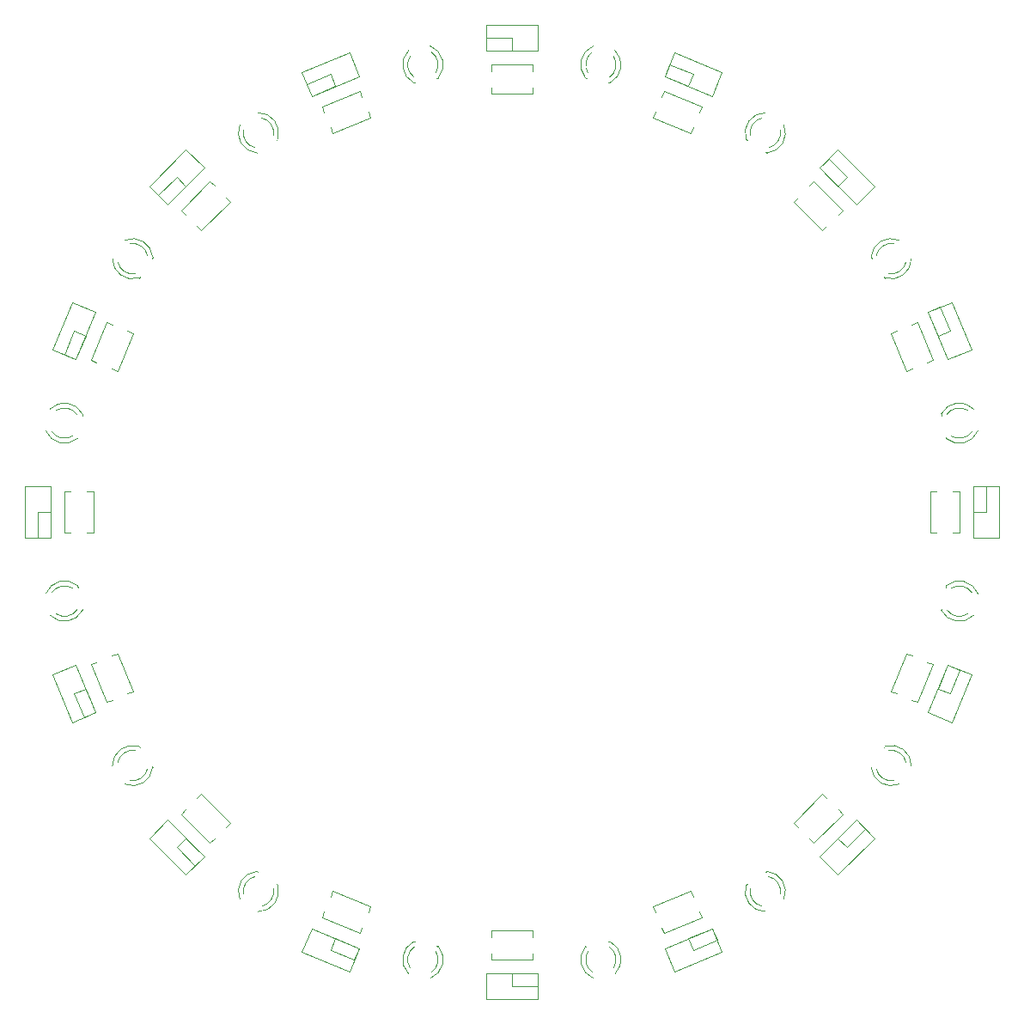
<source format=gbr>
%TF.GenerationSoftware,KiCad,Pcbnew,(6.0.11)*%
%TF.CreationDate,2023-09-02T14:34:40+09:00*%
%TF.ProjectId,line_board,6c696e65-5f62-46f6-9172-642e6b696361,rev?*%
%TF.SameCoordinates,Original*%
%TF.FileFunction,Legend,Top*%
%TF.FilePolarity,Positive*%
%FSLAX46Y46*%
G04 Gerber Fmt 4.6, Leading zero omitted, Abs format (unit mm)*
G04 Created by KiCad (PCBNEW (6.0.11)) date 2023-09-02 14:34:40*
%MOMM*%
%LPD*%
G01*
G04 APERTURE LIST*
%ADD10C,0.120000*%
G04 APERTURE END LIST*
D10*
%TO.C,U1*%
X154940000Y-139425982D02*
X149860000Y-139425982D01*
X149860000Y-139425982D02*
X149860000Y-136885982D01*
X149860000Y-136885982D02*
X154940000Y-136885982D01*
X154940000Y-136885982D02*
X154940000Y-139425982D01*
X154940000Y-138155982D02*
X152400000Y-138155982D01*
X152400000Y-138155982D02*
X152400000Y-136885982D01*
X152400000Y-136885982D02*
X154940000Y-136885982D01*
X154940000Y-136885982D02*
X154940000Y-138155982D01*
%TO.C,U6*%
X107094701Y-75423189D02*
X109038733Y-70729881D01*
X109038733Y-70729881D02*
X111385387Y-71701897D01*
X111385387Y-71701897D02*
X109441355Y-76395205D01*
X109441355Y-76395205D02*
X107094701Y-75423189D01*
X108268028Y-75909197D02*
X109240044Y-73562543D01*
X109240044Y-73562543D02*
X110413371Y-74048551D01*
X110413371Y-74048551D02*
X109441355Y-76395205D01*
X109441355Y-76395205D02*
X108268028Y-75909197D01*
%TO.C,D16*%
X159807279Y-134214782D02*
X159654276Y-134245216D01*
X162078777Y-133762953D02*
X161925775Y-133793387D01*
X159908538Y-134723848D02*
G75*
G03*
X160314894Y-136765900I1262330J-810261D01*
G01*
X162433069Y-136344569D02*
G75*
G03*
X162027034Y-134302453I-1262201J810460D01*
G01*
X159654750Y-134245120D02*
G75*
G03*
X160439241Y-137384737I1516118J-1288989D01*
G01*
X162555007Y-136963885D02*
G75*
G03*
X162078303Y-133763047I-1384139J1429776D01*
G01*
%TO.C,D10*%
X177405836Y-55960053D02*
X177535545Y-56046722D01*
X175480152Y-54673352D02*
X175609861Y-54760021D01*
X177694198Y-55528488D02*
G75*
G03*
X178850811Y-53797202I-319660J1465543D01*
G01*
X177055107Y-52597352D02*
G75*
G03*
X175898224Y-54328456I319431J-1465593D01*
G01*
X177535143Y-56046455D02*
G75*
G03*
X179200468Y-53271691I-160605J1983510D01*
G01*
X177406808Y-52073208D02*
G75*
G03*
X175480555Y-54673621I-32270J-1989737D01*
G01*
%TO.C,U14*%
X197705299Y-107456775D02*
X195761267Y-112150083D01*
X195761267Y-112150083D02*
X193414613Y-111178067D01*
X193414613Y-111178067D02*
X195358645Y-106484759D01*
X195358645Y-106484759D02*
X197705299Y-107456775D01*
X196531972Y-106970767D02*
X195559956Y-109317421D01*
X195559956Y-109317421D02*
X194386629Y-108831413D01*
X194386629Y-108831413D02*
X195358645Y-106484759D01*
X195358645Y-106484759D02*
X196531972Y-106970767D01*
%TO.C,U2*%
X136869215Y-135571954D02*
X134522561Y-134599938D01*
X134522561Y-134599938D02*
X135008569Y-133426611D01*
X135008569Y-133426611D02*
X137355223Y-134398627D01*
X137355223Y-134398627D02*
X136869215Y-135571954D01*
X136383207Y-136745281D02*
X131689899Y-134801249D01*
X131689899Y-134801249D02*
X132661915Y-132454595D01*
X132661915Y-132454595D02*
X137355223Y-134398627D01*
X137355223Y-134398627D02*
X136383207Y-136745281D01*
%TO.C,U4*%
X110212060Y-111664075D02*
X109240044Y-109317421D01*
X109240044Y-109317421D02*
X110413371Y-108831413D01*
X110413371Y-108831413D02*
X111385387Y-111178067D01*
X111385387Y-111178067D02*
X110212060Y-111664075D01*
X109038733Y-112150083D02*
X107094701Y-107456775D01*
X107094701Y-107456775D02*
X109441355Y-106484759D01*
X109441355Y-106484759D02*
X111385387Y-111178067D01*
X111385387Y-111178067D02*
X109038733Y-112150083D01*
%TO.C,C3*%
X124658800Y-122037894D02*
X124216858Y-122479835D01*
X120235847Y-120747424D02*
X119793905Y-121189365D01*
X123092558Y-123604135D02*
X122650617Y-124046077D01*
X121802088Y-119181182D02*
X124658800Y-122037894D01*
X119793905Y-121189365D02*
X122650617Y-124046077D01*
X121802088Y-119181182D02*
X121360147Y-119623124D01*
%TO.C,U8*%
X131689899Y-48078715D02*
X136383207Y-46134683D01*
X136383207Y-46134683D02*
X137355223Y-48481337D01*
X137355223Y-48481337D02*
X132661915Y-50425369D01*
X132661915Y-50425369D02*
X131689899Y-48078715D01*
X132175907Y-49252042D02*
X134522561Y-48280026D01*
X134522561Y-48280026D02*
X135008569Y-49453353D01*
X135008569Y-49453353D02*
X132661915Y-50425369D01*
X132661915Y-50425369D02*
X132175907Y-49252042D01*
%TO.C,D14*%
X187884088Y-116448596D02*
X187797419Y-116578305D01*
X189170789Y-114522912D02*
X189084120Y-114652621D01*
X191770933Y-116449568D02*
G75*
G03*
X189170520Y-114523315I-1989737J32270D01*
G01*
X188315653Y-116736958D02*
G75*
G03*
X190046939Y-117893571I1465543J319660D01*
G01*
X191246789Y-116097867D02*
G75*
G03*
X189515685Y-114940984I-1465593J-319431D01*
G01*
X187797686Y-116577903D02*
G75*
G03*
X190572450Y-118243228I1983510J160605D01*
G01*
%TO.C,C1*%
X154420000Y-132691964D02*
X154420000Y-133316964D01*
X154420000Y-134906964D02*
X154420000Y-135531964D01*
X150380000Y-132691964D02*
X154420000Y-132691964D01*
X150380000Y-134906964D02*
X150380000Y-135531964D01*
X150380000Y-135531964D02*
X154420000Y-135531964D01*
X150380000Y-132691964D02*
X150380000Y-133316964D01*
%TO.C,D4*%
X109630105Y-98846285D02*
X109599671Y-98693282D01*
X110081934Y-101117783D02*
X110051500Y-100964781D01*
X107500318Y-101472075D02*
G75*
G03*
X109542434Y-101066040I810460J1262201D01*
G01*
X109121039Y-98947544D02*
G75*
G03*
X107078987Y-99353900I-810261J-1262330D01*
G01*
X109599767Y-98693756D02*
G75*
G03*
X106460150Y-99478247I-1288989J-1516118D01*
G01*
X106881002Y-101594013D02*
G75*
G03*
X110081840Y-101117309I1429776J1384139D01*
G01*
%TO.C,C13*%
X191284882Y-77519769D02*
X191862307Y-77280592D01*
X193908700Y-76432948D02*
X192362659Y-72700474D01*
X189738841Y-73787295D02*
X190316266Y-73548118D01*
X191284882Y-77519769D02*
X189738841Y-73787295D01*
X191785234Y-72939652D02*
X192362659Y-72700474D01*
X193331275Y-76672125D02*
X193908700Y-76432948D01*
%TO.C,U7*%
X117570749Y-60202833D02*
X119366800Y-58406782D01*
X119366800Y-58406782D02*
X120264826Y-59304808D01*
X120264826Y-59304808D02*
X118468774Y-61100859D01*
X118468774Y-61100859D02*
X117570749Y-60202833D01*
X116672723Y-59304808D02*
X120264826Y-55712705D01*
X120264826Y-55712705D02*
X122060877Y-57508756D01*
X122060877Y-57508756D02*
X118468774Y-61100859D01*
X118468774Y-61100859D02*
X116672723Y-59304808D01*
%TO.C,D7*%
X127261676Y-56042564D02*
X127391385Y-55955895D01*
X129187360Y-54755863D02*
X129317069Y-54669194D01*
X125946410Y-53793044D02*
G75*
G03*
X127103023Y-55524330I1476273J-265743D01*
G01*
X129316668Y-54669464D02*
G75*
G03*
X127390413Y-52069048I-1893985J610677D01*
G01*
X128898998Y-54324298D02*
G75*
G03*
X127742114Y-52593193I-1476315J265511D01*
G01*
X125596755Y-53267534D02*
G75*
G03*
X127262078Y-56042295I1825928J-791253D01*
G01*
%TO.C,U9*%
X149860000Y-43453982D02*
X154940000Y-43453982D01*
X154940000Y-43453982D02*
X154940000Y-45993982D01*
X154940000Y-45993982D02*
X149860000Y-45993982D01*
X149860000Y-45993982D02*
X149860000Y-43453982D01*
X149860000Y-44723982D02*
X152400000Y-44723982D01*
X152400000Y-44723982D02*
X152400000Y-45993982D01*
X152400000Y-45993982D02*
X149860000Y-45993982D01*
X149860000Y-45993982D02*
X149860000Y-44723982D01*
%TO.C,U15*%
X187229251Y-122677131D02*
X185433200Y-124473182D01*
X185433200Y-124473182D02*
X184535174Y-123575156D01*
X184535174Y-123575156D02*
X186331226Y-121779105D01*
X186331226Y-121779105D02*
X187229251Y-122677131D01*
X188127277Y-123575156D02*
X184535174Y-127167259D01*
X184535174Y-127167259D02*
X182739123Y-125371208D01*
X182739123Y-125371208D02*
X186331226Y-121779105D01*
X186331226Y-121779105D02*
X188127277Y-123575156D01*
%TO.C,U5*%
X105684000Y-93979982D02*
X106954000Y-93979982D01*
X106954000Y-93979982D02*
X106954000Y-91439982D01*
X106954000Y-91439982D02*
X105684000Y-91439982D01*
X105684000Y-91439982D02*
X105684000Y-93979982D01*
X104414000Y-93979982D02*
X106954000Y-93979982D01*
X106954000Y-93979982D02*
X106954000Y-88899982D01*
X106954000Y-88899982D02*
X104414000Y-88899982D01*
X104414000Y-88899982D02*
X104414000Y-93979982D01*
%TO.C,D1*%
X142874226Y-133793387D02*
X142721224Y-133762953D01*
X145145725Y-134245216D02*
X144992722Y-134214782D01*
X144360760Y-137384737D02*
G75*
G03*
X145145250Y-134245121I-731627J1850628D01*
G01*
X144485107Y-136765900D02*
G75*
G03*
X144891463Y-134723848I-855974J1231791D01*
G01*
X142721698Y-133763047D02*
G75*
G03*
X142244994Y-136963885I907435J-1771062D01*
G01*
X142772966Y-134302452D02*
G75*
G03*
X142366931Y-136344569I856167J-1231657D01*
G01*
%TO.C,C7*%
X120235847Y-62132540D02*
X119793905Y-61690599D01*
X124658800Y-60842070D02*
X121802088Y-63698782D01*
X124658800Y-60842070D02*
X124216858Y-60400129D01*
X122650617Y-58833887D02*
X119793905Y-61690599D01*
X121802088Y-63698782D02*
X121360147Y-63256840D01*
X123092558Y-59275829D02*
X122650617Y-58833887D01*
%TO.C,D12*%
X194722971Y-81761205D02*
X194753405Y-81914207D01*
X195174800Y-84032703D02*
X195205234Y-84185706D01*
X197923903Y-81284975D02*
G75*
G03*
X194723065Y-81761679I-1429776J-1384139D01*
G01*
X195683866Y-83931444D02*
G75*
G03*
X197725918Y-83525088I810261J1262330D01*
G01*
X197304587Y-81406913D02*
G75*
G03*
X195262471Y-81812948I-810460J-1262201D01*
G01*
X195205138Y-84185232D02*
G75*
G03*
X198344755Y-83400741I1288989J1516118D01*
G01*
%TO.C,D13*%
X194753405Y-100965756D02*
X194722971Y-101118758D01*
X195205234Y-98694257D02*
X195174800Y-98847260D01*
X195262470Y-101067016D02*
G75*
G03*
X197304587Y-101473051I1231657J856167D01*
G01*
X198344755Y-99479222D02*
G75*
G03*
X195205139Y-98694732I-1850628J-731627D01*
G01*
X194723065Y-101118284D02*
G75*
G03*
X197923903Y-101594988I1771062J907435D01*
G01*
X197725918Y-99354875D02*
G75*
G03*
X195683866Y-98948519I-1231791J-855974D01*
G01*
%TO.C,C9*%
X166320213Y-130324864D02*
X166559390Y-130902289D01*
X167167857Y-132371257D02*
X167407034Y-132948682D01*
X167407034Y-132948682D02*
X171139508Y-131402641D01*
X170052687Y-128778823D02*
X170291864Y-129356248D01*
X166320213Y-130324864D02*
X170052687Y-128778823D01*
X170900330Y-130825216D02*
X171139508Y-131402641D01*
%TO.C,D6*%
X115633369Y-68359829D02*
X115720038Y-68230120D01*
X116920070Y-66434145D02*
X117006739Y-66304436D01*
X116488505Y-66145783D02*
G75*
G03*
X114757219Y-64989170I-1465543J-319660D01*
G01*
X113033225Y-66433173D02*
G75*
G03*
X115633638Y-68359426I1989737J-32270D01*
G01*
X113557369Y-66784874D02*
G75*
G03*
X115288473Y-67941757I1465593J319431D01*
G01*
X117006472Y-66304838D02*
G75*
G03*
X114231708Y-64639513I-1983510J-160605D01*
G01*
%TO.C,D5*%
X110051500Y-81915183D02*
X110081934Y-81762181D01*
X109599671Y-84186682D02*
X109630105Y-84033679D01*
X106460150Y-83401717D02*
G75*
G03*
X109599766Y-84186207I1850628J731627D01*
G01*
X107078987Y-83526064D02*
G75*
G03*
X109121039Y-83932420I1231791J855974D01*
G01*
X110081840Y-81762655D02*
G75*
G03*
X106881002Y-81285951I-1771062J-907435D01*
G01*
X109542435Y-81813923D02*
G75*
G03*
X107500318Y-81407888I-1231657J-856167D01*
G01*
%TO.C,U10*%
X168416793Y-46134683D02*
X173110101Y-48078715D01*
X173110101Y-48078715D02*
X172138085Y-50425369D01*
X172138085Y-50425369D02*
X167444777Y-48481337D01*
X167444777Y-48481337D02*
X168416793Y-46134683D01*
X167930785Y-47308010D02*
X170277439Y-48280026D01*
X170277439Y-48280026D02*
X169791431Y-49453353D01*
X169791431Y-49453353D02*
X167444777Y-48481337D01*
X167444777Y-48481337D02*
X167930785Y-47308010D01*
%TO.C,D2*%
X129317070Y-128210771D02*
X129187361Y-128124102D01*
X127391386Y-126924070D02*
X127261677Y-126837401D01*
X127103024Y-127355635D02*
G75*
G03*
X125946411Y-129086921I319660J-1465543D01*
G01*
X127262079Y-126837668D02*
G75*
G03*
X125596754Y-129612432I160605J-1983510D01*
G01*
X127390414Y-130810915D02*
G75*
G03*
X129316667Y-128210502I32270J1989737D01*
G01*
X127742115Y-130286771D02*
G75*
G03*
X128898998Y-128555667I-319431J1465593D01*
G01*
%TO.C,U11*%
X184535174Y-55712705D02*
X188127277Y-59304808D01*
X188127277Y-59304808D02*
X186331226Y-61100859D01*
X186331226Y-61100859D02*
X182739123Y-57508756D01*
X182739123Y-57508756D02*
X184535174Y-55712705D01*
X183637149Y-56610731D02*
X185433200Y-58406782D01*
X185433200Y-58406782D02*
X184535174Y-59304808D01*
X184535174Y-59304808D02*
X182739123Y-57508756D01*
X182739123Y-57508756D02*
X183637149Y-56610731D01*
%TO.C,U16*%
X172624093Y-133627922D02*
X170277439Y-134599938D01*
X170277439Y-134599938D02*
X169791431Y-133426611D01*
X169791431Y-133426611D02*
X172138085Y-132454595D01*
X172138085Y-132454595D02*
X172624093Y-133627922D01*
X173110101Y-134801249D02*
X168416793Y-136745281D01*
X168416793Y-136745281D02*
X167444777Y-134398627D01*
X167444777Y-134398627D02*
X172138085Y-132454595D01*
X172138085Y-132454595D02*
X173110101Y-134801249D01*
%TO.C,D15*%
X175609861Y-128119944D02*
X175480152Y-128206613D01*
X177535545Y-126833243D02*
X177405836Y-126919912D01*
X175898223Y-128551509D02*
G75*
G03*
X177055107Y-130282614I1476315J-265511D01*
G01*
X179200466Y-129608273D02*
G75*
G03*
X177535143Y-126833512I-1825928J791253D01*
G01*
X178850811Y-129082763D02*
G75*
G03*
X177694198Y-127351477I-1476273J265743D01*
G01*
X175480553Y-128206343D02*
G75*
G03*
X177406808Y-130806759I1893985J-610677D01*
G01*
%TO.C,U3*%
X120264826Y-127167259D02*
X116672723Y-123575156D01*
X116672723Y-123575156D02*
X118468774Y-121779105D01*
X118468774Y-121779105D02*
X122060877Y-125371208D01*
X122060877Y-125371208D02*
X120264826Y-127167259D01*
X121162851Y-126269233D02*
X119366800Y-124473182D01*
X119366800Y-124473182D02*
X120264826Y-123575156D01*
X120264826Y-123575156D02*
X122060877Y-125371208D01*
X122060877Y-125371208D02*
X121162851Y-126269233D01*
%TO.C,C15*%
X193331275Y-106207839D02*
X193908700Y-106447016D01*
X189738841Y-109092669D02*
X191284882Y-105360195D01*
X189738841Y-109092669D02*
X190316266Y-109331846D01*
X192362659Y-110179490D02*
X193908700Y-106447016D01*
X191284882Y-105360195D02*
X191862307Y-105599373D01*
X191785234Y-109940313D02*
X192362659Y-110179490D01*
%TO.C,C14*%
X181707442Y-123604135D02*
X182149383Y-124046077D01*
X180141200Y-122037894D02*
X182997912Y-119181182D01*
X184564153Y-120747424D02*
X185006095Y-121189365D01*
X182997912Y-119181182D02*
X183439853Y-119623124D01*
X182149383Y-124046077D02*
X185006095Y-121189365D01*
X180141200Y-122037894D02*
X180583142Y-122479835D01*
%TO.C,C2*%
X134747313Y-128778823D02*
X134508136Y-129356248D01*
X138479787Y-130324864D02*
X138240609Y-130902289D01*
X137632143Y-132371257D02*
X137392966Y-132948682D01*
X133899669Y-130825216D02*
X133660492Y-131402641D01*
X134747313Y-128778823D02*
X138479787Y-130324864D01*
X133660492Y-131402641D02*
X137392966Y-132948682D01*
%TO.C,C10*%
X150380000Y-47973000D02*
X150380000Y-47348000D01*
X154420000Y-50188000D02*
X154420000Y-49563000D01*
X154420000Y-47348000D02*
X150380000Y-47348000D01*
X150380000Y-50188000D02*
X150380000Y-49563000D01*
X154420000Y-47973000D02*
X154420000Y-47348000D01*
X154420000Y-50188000D02*
X150380000Y-50188000D01*
%TO.C,D9*%
X159653300Y-48639653D02*
X159806303Y-48670087D01*
X161924799Y-49091482D02*
X162077801Y-49121916D01*
X160438265Y-45500132D02*
G75*
G03*
X159653775Y-48639748I731627J-1850628D01*
G01*
X160313918Y-46118969D02*
G75*
G03*
X159907562Y-48161021I855974J-1231791D01*
G01*
X162026059Y-48582417D02*
G75*
G03*
X162432094Y-46540300I-856167J1231657D01*
G01*
X162077327Y-49121822D02*
G75*
G03*
X162554031Y-45920984I-907435J1771062D01*
G01*
%TO.C,U12*%
X194587940Y-71215889D02*
X195559956Y-73562543D01*
X195559956Y-73562543D02*
X194386629Y-74048551D01*
X194386629Y-74048551D02*
X193414613Y-71701897D01*
X193414613Y-71701897D02*
X194587940Y-71215889D01*
X195761267Y-70729881D02*
X197705299Y-75423189D01*
X197705299Y-75423189D02*
X195358645Y-76395205D01*
X195358645Y-76395205D02*
X193414613Y-71701897D01*
X193414613Y-71701897D02*
X195761267Y-70729881D01*
%TO.C,U13*%
X199116000Y-88899982D02*
X197846000Y-88899982D01*
X197846000Y-88899982D02*
X197846000Y-91439982D01*
X197846000Y-91439982D02*
X199116000Y-91439982D01*
X199116000Y-91439982D02*
X199116000Y-88899982D01*
X200386000Y-88899982D02*
X197846000Y-88899982D01*
X197846000Y-88899982D02*
X197846000Y-93979982D01*
X197846000Y-93979982D02*
X200386000Y-93979982D01*
X200386000Y-93979982D02*
X200386000Y-88899982D01*
%TO.C,C16*%
X196491982Y-93459982D02*
X196491982Y-89419982D01*
X195866982Y-93459982D02*
X196491982Y-93459982D01*
X193651982Y-93459982D02*
X193651982Y-89419982D01*
X193651982Y-89419982D02*
X194276982Y-89419982D01*
X195866982Y-89419982D02*
X196491982Y-89419982D01*
X193651982Y-93459982D02*
X194276982Y-93459982D01*
%TO.C,D11*%
X189084119Y-68227342D02*
X189170788Y-68357051D01*
X187797418Y-66301658D02*
X187884087Y-66431367D01*
X190046938Y-64986392D02*
G75*
G03*
X188315652Y-66143005I-265743J-1476273D01*
G01*
X190572448Y-64636737D02*
G75*
G03*
X187797687Y-66302060I-791253J-1825928D01*
G01*
X189515684Y-67938980D02*
G75*
G03*
X191246789Y-66782096I265511J1476315D01*
G01*
X189170518Y-68356650D02*
G75*
G03*
X191770934Y-66430395I610677J1893985D01*
G01*
%TO.C,C4*%
X115061159Y-109092669D02*
X114483734Y-109331846D01*
X110891300Y-106447016D02*
X112437341Y-110179490D01*
X113515118Y-105360195D02*
X112937693Y-105599372D01*
X111468725Y-106207839D02*
X110891300Y-106447016D01*
X113014766Y-109940312D02*
X112437341Y-110179490D01*
X113515118Y-105360195D02*
X115061159Y-109092669D01*
%TO.C,C11*%
X170052687Y-54101141D02*
X170291864Y-53523716D01*
X170900331Y-52054748D02*
X171139508Y-51477323D01*
X170052687Y-54101141D02*
X166320213Y-52555100D01*
X166320213Y-52555100D02*
X166559391Y-51977675D01*
X167167857Y-50508707D02*
X167407034Y-49931282D01*
X171139508Y-51477323D02*
X167407034Y-49931282D01*
%TO.C,C12*%
X185006095Y-61690599D02*
X182149383Y-58833887D01*
X182997912Y-63698782D02*
X183439853Y-63256840D01*
X184564153Y-62132540D02*
X185006095Y-61690599D01*
X180141200Y-60842070D02*
X180583142Y-60400129D01*
X182997912Y-63698782D02*
X180141200Y-60842070D01*
X181707442Y-59275829D02*
X182149383Y-58833887D01*
%TO.C,C6*%
X111468725Y-76672125D02*
X110891300Y-76432948D01*
X112437341Y-72700474D02*
X110891300Y-76432948D01*
X115061159Y-73787295D02*
X114483734Y-73548118D01*
X113014766Y-72939651D02*
X112437341Y-72700474D01*
X113515118Y-77519769D02*
X112937693Y-77280591D01*
X115061159Y-73787295D02*
X113515118Y-77519769D01*
%TO.C,D8*%
X142721223Y-49117011D02*
X142874225Y-49086577D01*
X144992721Y-48665182D02*
X145145724Y-48634748D01*
X145145250Y-48634844D02*
G75*
G03*
X144360759Y-45495227I-1516118J1288989D01*
G01*
X142366931Y-46535395D02*
G75*
G03*
X142772966Y-48577511I1262201J-810460D01*
G01*
X144891462Y-48156116D02*
G75*
G03*
X144485106Y-46114064I-1262330J810261D01*
G01*
X142244993Y-45916079D02*
G75*
G03*
X142721697Y-49116917I1384139J-1429776D01*
G01*
%TO.C,D3*%
X117002582Y-116578306D02*
X116915913Y-116448597D01*
X115715881Y-114652622D02*
X115629212Y-114522913D01*
X114227552Y-118243227D02*
G75*
G03*
X117002313Y-116577904I791253J1825928D01*
G01*
X115629482Y-114523314D02*
G75*
G03*
X113029066Y-116449569I-610677J-1893985D01*
G01*
X115284316Y-114940984D02*
G75*
G03*
X113553211Y-116097868I-265511J-1476315D01*
G01*
X114753062Y-117893572D02*
G75*
G03*
X116484348Y-116736959I265743J1476273D01*
G01*
%TO.C,C5*%
X111148018Y-89419982D02*
X110523018Y-89419982D01*
X108933018Y-89419982D02*
X108308018Y-89419982D01*
X108308018Y-89419982D02*
X108308018Y-93459982D01*
X108933018Y-93459982D02*
X108308018Y-93459982D01*
X111148018Y-89419982D02*
X111148018Y-93459982D01*
X111148018Y-93459982D02*
X110523018Y-93459982D01*
%TO.C,C8*%
X137632143Y-50508707D02*
X137392966Y-49931282D01*
X138479787Y-52555100D02*
X134747313Y-54101141D01*
X138479787Y-52555100D02*
X138240610Y-51977675D01*
X137392966Y-49931282D02*
X133660492Y-51477323D01*
X134747313Y-54101141D02*
X134508136Y-53523716D01*
X133899670Y-52054748D02*
X133660492Y-51477323D01*
%TD*%
M02*

</source>
